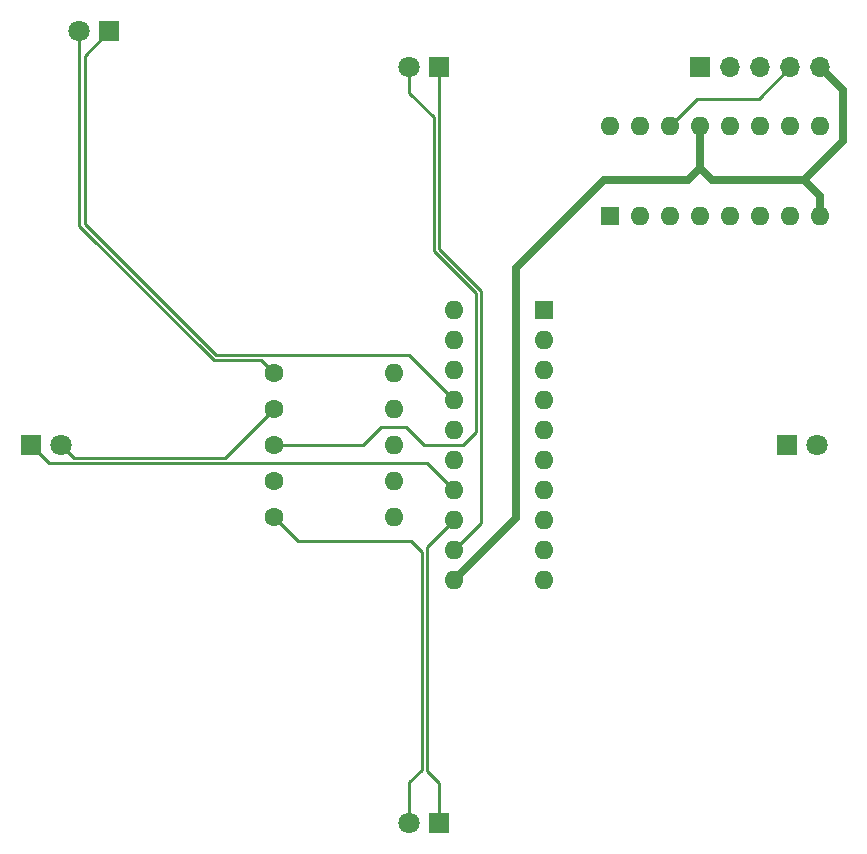
<source format=gbl>
%TF.GenerationSoftware,KiCad,Pcbnew,5.99.0-unknown-3b7f5a3db7~131~ubuntu20.04.1*%
%TF.CreationDate,2021-09-21T13:07:20-05:00*%
%TF.ProjectId,a2600-joystick-vizboard,61323630-302d-46a6-9f79-737469636b2d,rev?*%
%TF.SameCoordinates,Original*%
%TF.FileFunction,Copper,L2,Bot*%
%TF.FilePolarity,Positive*%
%FSLAX46Y46*%
G04 Gerber Fmt 4.6, Leading zero omitted, Abs format (unit mm)*
G04 Created by KiCad (PCBNEW 5.99.0-unknown-3b7f5a3db7~131~ubuntu20.04.1) date 2021-09-21 13:07:20*
%MOMM*%
%LPD*%
G01*
G04 APERTURE LIST*
%TA.AperFunction,ComponentPad*%
%ADD10O,1.600000X1.600000*%
%TD*%
%TA.AperFunction,ComponentPad*%
%ADD11R,1.600000X1.600000*%
%TD*%
%TA.AperFunction,ComponentPad*%
%ADD12C,1.600000*%
%TD*%
%TA.AperFunction,ComponentPad*%
%ADD13R,1.700000X1.700000*%
%TD*%
%TA.AperFunction,ComponentPad*%
%ADD14O,1.700000X1.700000*%
%TD*%
%TA.AperFunction,ComponentPad*%
%ADD15R,1.800000X1.800000*%
%TD*%
%TA.AperFunction,ComponentPad*%
%ADD16C,1.800000*%
%TD*%
%TA.AperFunction,Conductor*%
%ADD17C,0.250000*%
%TD*%
%TA.AperFunction,Conductor*%
%ADD18C,0.700000*%
%TD*%
G04 APERTURE END LIST*
D10*
X195566804Y-90297000D03*
X203186804Y-113157000D03*
X195566804Y-92837000D03*
X203186804Y-110617000D03*
X195566804Y-95377000D03*
X203186804Y-108077000D03*
X195566804Y-97917000D03*
X203186804Y-105537000D03*
X195566804Y-100457000D03*
X203186804Y-102997000D03*
X195566804Y-102997000D03*
X203186804Y-100457000D03*
X195566804Y-105537000D03*
X203186804Y-97917000D03*
X195566804Y-108077000D03*
X203186804Y-95377000D03*
X195566804Y-110617000D03*
X203186804Y-92837000D03*
X195566804Y-113157000D03*
D11*
X203186804Y-90297000D03*
X208788000Y-82296000D03*
D10*
X226568000Y-74676000D03*
X211328000Y-82296000D03*
X224028000Y-74676000D03*
X213868000Y-82296000D03*
X221488000Y-74676000D03*
X216408000Y-82296000D03*
X218948000Y-74676000D03*
X218948000Y-82296000D03*
X216408000Y-74676000D03*
X221488000Y-82296000D03*
X213868000Y-74676000D03*
X224028000Y-82296000D03*
X211328000Y-74676000D03*
X226568000Y-82296000D03*
X208788000Y-74676000D03*
D12*
X180322684Y-101727000D03*
D10*
X190482684Y-101727000D03*
D12*
X180322684Y-107823000D03*
D10*
X190482684Y-107823000D03*
D12*
X180322684Y-98679000D03*
D10*
X190482684Y-98679000D03*
D12*
X180322684Y-104775000D03*
D10*
X190482684Y-104775000D03*
D12*
X180322684Y-95631000D03*
D10*
X190482684Y-95631000D03*
D13*
X216408000Y-69723000D03*
D14*
X218948000Y-69723000D03*
X221488000Y-69723000D03*
X224028000Y-69723000D03*
X226568000Y-69723000D03*
D15*
X194315000Y-69723000D03*
D16*
X191775000Y-69723000D03*
D15*
X194315000Y-133731000D03*
D16*
X191775000Y-133731000D03*
X162301000Y-101727000D03*
D15*
X159761000Y-101727000D03*
D16*
X226309000Y-101727000D03*
D15*
X223769000Y-101727000D03*
X166375000Y-66675000D03*
D16*
X163835000Y-66675000D03*
D17*
X187833000Y-101727000D02*
X189357000Y-100203000D01*
X189357000Y-100203000D02*
X191516000Y-100203000D01*
X196342000Y-101727000D02*
X197416480Y-100652520D01*
X180322684Y-101727000D02*
X187833000Y-101727000D01*
X191516000Y-100203000D02*
X193040000Y-101727000D01*
X197416480Y-100652520D02*
X197416480Y-88832198D01*
X193040000Y-101727000D02*
X196342000Y-101727000D01*
X197416480Y-88832198D02*
X193865480Y-85281197D01*
X193865480Y-73977480D02*
X191775000Y-71887000D01*
X193865480Y-85281197D02*
X193865480Y-73977480D01*
X191775000Y-71887000D02*
X191775000Y-69723000D01*
X162301000Y-101727000D02*
X163375480Y-102801480D01*
X176200204Y-102801480D02*
X180322684Y-98679000D01*
X163375480Y-102801480D02*
X176200204Y-102801480D01*
X163835000Y-66675000D02*
X163835000Y-83190000D01*
X163835000Y-83190000D02*
X175201520Y-94556520D01*
X175201520Y-94556520D02*
X179248204Y-94556520D01*
X179248204Y-94556520D02*
X180322684Y-95631000D01*
X195566804Y-97917000D02*
X191756804Y-94107000D01*
X191756804Y-94107000D02*
X175387718Y-94107000D01*
X175387718Y-94107000D02*
X164284520Y-83003802D01*
X164284520Y-83003802D02*
X164284520Y-68765480D01*
X164284520Y-68765480D02*
X166375000Y-66675000D01*
D18*
X225171000Y-79248000D02*
X228473000Y-75946000D01*
X228473000Y-75946000D02*
X228473000Y-71628000D01*
X228473000Y-71628000D02*
X226568000Y-69723000D01*
D17*
X213868000Y-74676000D02*
X216154000Y-72390000D01*
X216154000Y-72390000D02*
X221361000Y-72390000D01*
X221361000Y-72390000D02*
X224028000Y-69723000D01*
D18*
X216408000Y-78232000D02*
X217424000Y-79248000D01*
X225171000Y-79248000D02*
X219456000Y-79248000D01*
X217424000Y-79248000D02*
X219456000Y-79248000D01*
X195566804Y-113157000D02*
X200787000Y-107936804D01*
X200787000Y-107936804D02*
X200787000Y-86741000D01*
X200787000Y-86741000D02*
X208280000Y-79248000D01*
X208280000Y-79248000D02*
X215392000Y-79248000D01*
X215392000Y-79248000D02*
X216408000Y-78232000D01*
X216408000Y-78232000D02*
X216408000Y-76835000D01*
D17*
X197866000Y-108317804D02*
X197866000Y-88646000D01*
X195566804Y-110617000D02*
X197866000Y-108317804D01*
X197866000Y-88646000D02*
X194315000Y-85095000D01*
X194315000Y-85095000D02*
X194315000Y-69723000D01*
X191775000Y-133731000D02*
X191775000Y-130297000D01*
X192844480Y-110802480D02*
X191897000Y-109855000D01*
X191775000Y-130297000D02*
X192844480Y-129227520D01*
X192844480Y-129227520D02*
X192844480Y-110802480D01*
X191897000Y-109855000D02*
X182354684Y-109855000D01*
X182354684Y-109855000D02*
X180322684Y-107823000D01*
X194315000Y-133731000D02*
X194315000Y-130307000D01*
X194315000Y-130307000D02*
X193294000Y-129286000D01*
X193294000Y-129286000D02*
X193294000Y-110349804D01*
X193294000Y-110349804D02*
X195566804Y-108077000D01*
X195566804Y-105537000D02*
X193280804Y-103251000D01*
X161285000Y-103251000D02*
X159761000Y-101727000D01*
X193280804Y-103251000D02*
X161285000Y-103251000D01*
D18*
X226568000Y-82296000D02*
X226568000Y-80645000D01*
X216408000Y-76835000D02*
X216408000Y-74676000D01*
X226568000Y-80645000D02*
X225171000Y-79248000D01*
M02*

</source>
